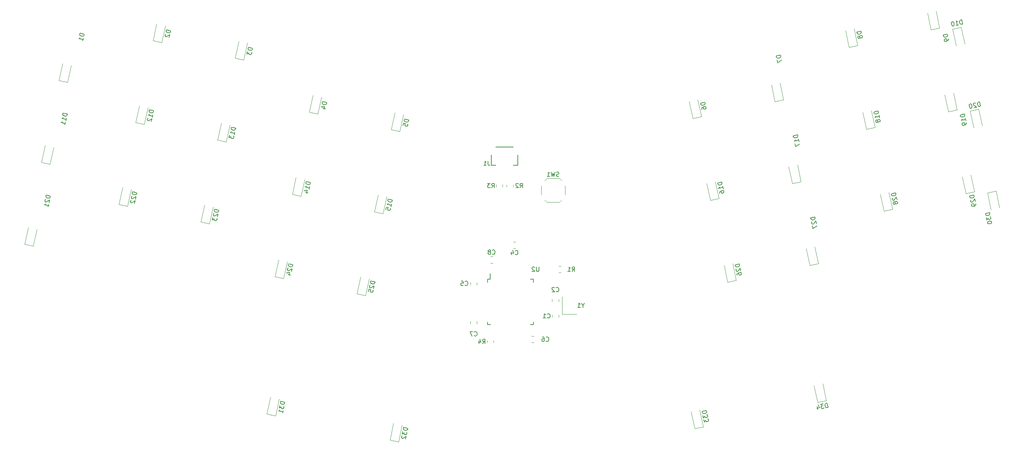
<source format=gbr>
%TF.GenerationSoftware,KiCad,Pcbnew,(6.0.4-0)*%
%TF.CreationDate,2023-01-26T20:21:59-08:00*%
%TF.ProjectId,chiffevo,63686966-6665-4766-9f2e-6b696361645f,v1.0.0*%
%TF.SameCoordinates,Original*%
%TF.FileFunction,Legend,Bot*%
%TF.FilePolarity,Positive*%
%FSLAX46Y46*%
G04 Gerber Fmt 4.6, Leading zero omitted, Abs format (unit mm)*
G04 Created by KiCad (PCBNEW (6.0.4-0)) date 2023-01-26 20:21:59*
%MOMM*%
%LPD*%
G01*
G04 APERTURE LIST*
%ADD10C,0.150000*%
%ADD11C,0.120000*%
G04 APERTURE END LIST*
D10*
%TO.C,SW1*%
X204379485Y-104536831D02*
X204236628Y-104584450D01*
X203998532Y-104584450D01*
X203903294Y-104536831D01*
X203855675Y-104489212D01*
X203808056Y-104393974D01*
X203808056Y-104298736D01*
X203855675Y-104203498D01*
X203903294Y-104155879D01*
X203998532Y-104108260D01*
X204189009Y-104060641D01*
X204284247Y-104013022D01*
X204331866Y-103965403D01*
X204379485Y-103870165D01*
X204379485Y-103774927D01*
X204331866Y-103679689D01*
X204284247Y-103632070D01*
X204189009Y-103584450D01*
X203950913Y-103584450D01*
X203808056Y-103632070D01*
X203474723Y-103584450D02*
X203236628Y-104584450D01*
X203046152Y-103870165D01*
X202855675Y-104584450D01*
X202617580Y-103584450D01*
X201712818Y-104584450D02*
X202284247Y-104584450D01*
X201998532Y-104584450D02*
X201998532Y-103584450D01*
X202093771Y-103727308D01*
X202189009Y-103822546D01*
X202284247Y-103870165D01*
%TO.C,D29*%
X298690031Y-108818194D02*
X297711883Y-109026105D01*
X297761386Y-109258998D01*
X297837666Y-109388832D01*
X297950624Y-109462188D01*
X298053681Y-109488965D01*
X298249896Y-109495942D01*
X298389631Y-109466240D01*
X298566044Y-109380059D01*
X298649301Y-109313680D01*
X298722657Y-109200722D01*
X298739533Y-109051086D01*
X298690031Y-108818194D01*
X298003051Y-109937873D02*
X297966373Y-109994352D01*
X297939596Y-110097410D01*
X297989099Y-110330302D01*
X298055478Y-110413558D01*
X298111957Y-110450236D01*
X298215015Y-110477014D01*
X298308172Y-110457213D01*
X298438006Y-110380932D01*
X298878141Y-109703184D01*
X299006848Y-110308704D01*
X299105854Y-110774489D02*
X299145456Y-110960803D01*
X299118679Y-111063860D01*
X299082001Y-111120339D01*
X298962067Y-111243198D01*
X298785653Y-111329378D01*
X298413026Y-111408583D01*
X298309968Y-111381805D01*
X298253489Y-111345128D01*
X298187110Y-111261871D01*
X298147508Y-111075557D01*
X298174285Y-110972500D01*
X298210963Y-110916021D01*
X298294219Y-110849641D01*
X298527111Y-110800139D01*
X298630169Y-110826916D01*
X298686648Y-110863594D01*
X298753027Y-110946850D01*
X298792630Y-111133164D01*
X298765852Y-111236221D01*
X298729174Y-111292700D01*
X298645918Y-111359080D01*
%TO.C,D15*%
X166522077Y-109933700D02*
X165543929Y-109725788D01*
X165494427Y-109958681D01*
X165511303Y-110108317D01*
X165584659Y-110221275D01*
X165667916Y-110287654D01*
X165844329Y-110373835D01*
X165984064Y-110403537D01*
X166180279Y-110396560D01*
X166283336Y-110369783D01*
X166396294Y-110296427D01*
X166472574Y-110166592D01*
X166522077Y-109933700D01*
X166205259Y-111424211D02*
X166324066Y-110865269D01*
X166264663Y-111144740D02*
X165286515Y-110936828D01*
X165446051Y-110873373D01*
X165559009Y-110800017D01*
X165625389Y-110716761D01*
X165039001Y-112101290D02*
X165138007Y-111635505D01*
X165613692Y-111687932D01*
X165557213Y-111724610D01*
X165490833Y-111807867D01*
X165441330Y-112040759D01*
X165468108Y-112143816D01*
X165504786Y-112200295D01*
X165588042Y-112266675D01*
X165820934Y-112316178D01*
X165923992Y-112289400D01*
X165980471Y-112252722D01*
X166046850Y-112169466D01*
X166096353Y-111936574D01*
X166069576Y-111833516D01*
X166032898Y-111777037D01*
%TO.C,D9*%
X292686626Y-72228588D02*
X291708479Y-72436500D01*
X291757981Y-72669392D01*
X291834262Y-72799227D01*
X291947220Y-72872583D01*
X292050277Y-72899360D01*
X292246491Y-72906336D01*
X292386227Y-72876635D01*
X292562640Y-72790454D01*
X292645896Y-72724074D01*
X292719252Y-72611116D01*
X292736129Y-72461480D01*
X292686626Y-72228588D01*
X292904438Y-73253314D02*
X292944041Y-73439628D01*
X292917263Y-73542685D01*
X292880585Y-73599164D01*
X292760651Y-73722023D01*
X292584238Y-73808204D01*
X292211610Y-73887408D01*
X292108553Y-73860631D01*
X292052074Y-73823953D01*
X291985694Y-73740697D01*
X291946092Y-73554383D01*
X291972869Y-73451325D01*
X292009547Y-73394846D01*
X292092804Y-73328467D01*
X292325696Y-73278964D01*
X292428753Y-73305741D01*
X292485232Y-73342419D01*
X292551612Y-73425676D01*
X292591214Y-73611989D01*
X292564437Y-73715047D01*
X292527759Y-73771526D01*
X292444503Y-73837905D01*
%TO.C,D6*%
X237550591Y-87710257D02*
X236572444Y-87918169D01*
X236621946Y-88151061D01*
X236698227Y-88280896D01*
X236811185Y-88354252D01*
X236914242Y-88381029D01*
X237110456Y-88388005D01*
X237250192Y-88358304D01*
X237426605Y-88272123D01*
X237509861Y-88205743D01*
X237583217Y-88092785D01*
X237600094Y-87943149D01*
X237550591Y-87710257D01*
X236869460Y-89315523D02*
X236829858Y-89129209D01*
X236856635Y-89026151D01*
X236893313Y-88969672D01*
X237013248Y-88846814D01*
X237189661Y-88760633D01*
X237562289Y-88681428D01*
X237665346Y-88708206D01*
X237721825Y-88744884D01*
X237788205Y-88828140D01*
X237827807Y-89014454D01*
X237801029Y-89117511D01*
X237764352Y-89173990D01*
X237681095Y-89240370D01*
X237448203Y-89289873D01*
X237345145Y-89263095D01*
X237288666Y-89226418D01*
X237222287Y-89143161D01*
X237182685Y-88956847D01*
X237209462Y-88853790D01*
X237246140Y-88797311D01*
X237329396Y-88730931D01*
%TO.C,D24*%
X143913354Y-124673942D02*
X142935206Y-124466030D01*
X142885704Y-124698923D01*
X142902580Y-124848559D01*
X142975936Y-124961517D01*
X143059193Y-125027896D01*
X143235606Y-125114077D01*
X143375341Y-125143779D01*
X143571556Y-125136802D01*
X143674613Y-125110025D01*
X143787571Y-125036669D01*
X143863851Y-124906834D01*
X143913354Y-124673942D01*
X142830352Y-125417401D02*
X142773873Y-125454079D01*
X142707494Y-125537335D01*
X142657991Y-125770227D01*
X142684768Y-125873285D01*
X142721446Y-125929764D01*
X142804702Y-125996143D01*
X142897859Y-126015944D01*
X143047495Y-125999068D01*
X143725243Y-125558933D01*
X143596536Y-126164453D01*
X142766228Y-126864257D02*
X143418326Y-127002865D01*
X142443103Y-126552160D02*
X143191283Y-126467777D01*
X143062575Y-127073296D01*
%TO.C,D27*%
X262569036Y-113787355D02*
X261590888Y-113995266D01*
X261640391Y-114228159D01*
X261716671Y-114357993D01*
X261829629Y-114431349D01*
X261932686Y-114458126D01*
X262128901Y-114465103D01*
X262268636Y-114435401D01*
X262445049Y-114349220D01*
X262528306Y-114282841D01*
X262601662Y-114169883D01*
X262618538Y-114020247D01*
X262569036Y-113787355D01*
X261882056Y-114907034D02*
X261845378Y-114963513D01*
X261818601Y-115066571D01*
X261868104Y-115299463D01*
X261934483Y-115382719D01*
X261990962Y-115419397D01*
X262094020Y-115446175D01*
X262187177Y-115426374D01*
X262317011Y-115350093D01*
X262757146Y-114672345D01*
X262885853Y-115277865D01*
X261977010Y-115811826D02*
X262115618Y-116463924D01*
X263004660Y-115836807D01*
%TO.C,D32*%
X170044305Y-161901636D02*
X169066157Y-161693724D01*
X169016655Y-161926617D01*
X169033531Y-162076253D01*
X169106887Y-162189211D01*
X169190144Y-162255590D01*
X169366557Y-162341771D01*
X169506292Y-162371473D01*
X169702507Y-162364496D01*
X169805564Y-162337719D01*
X169918522Y-162264363D01*
X169994802Y-162134528D01*
X170044305Y-161901636D01*
X168878047Y-162578715D02*
X168749340Y-163184235D01*
X169191271Y-162937390D01*
X169161570Y-163077126D01*
X169188347Y-163180183D01*
X169225025Y-163236662D01*
X169308281Y-163303042D01*
X169541173Y-163352545D01*
X169644231Y-163325767D01*
X169700710Y-163289089D01*
X169767089Y-163205833D01*
X169826493Y-162926362D01*
X169799715Y-162823305D01*
X169763038Y-162766826D01*
X168763292Y-163576664D02*
X168706813Y-163613342D01*
X168640434Y-163696598D01*
X168590931Y-163929490D01*
X168617708Y-164032548D01*
X168654386Y-164089027D01*
X168737642Y-164155406D01*
X168830799Y-164175208D01*
X168980435Y-164158331D01*
X169658183Y-163718196D01*
X169529476Y-164323716D01*
%TO.C,J1*%
X188279485Y-101084450D02*
X188279485Y-101798736D01*
X188327104Y-101941593D01*
X188422342Y-102036831D01*
X188565199Y-102084450D01*
X188660437Y-102084450D01*
X187279485Y-102084450D02*
X187850913Y-102084450D01*
X187565199Y-102084450D02*
X187565199Y-101084450D01*
X187660437Y-101227308D01*
X187755675Y-101322546D01*
X187850913Y-101370165D01*
%TO.C,C6*%
X201444068Y-142014212D02*
X201491687Y-142061831D01*
X201634544Y-142109450D01*
X201729782Y-142109450D01*
X201872640Y-142061831D01*
X201967878Y-141966593D01*
X202015497Y-141871355D01*
X202063116Y-141680879D01*
X202063116Y-141538022D01*
X202015497Y-141347546D01*
X201967878Y-141252308D01*
X201872640Y-141157070D01*
X201729782Y-141109450D01*
X201634544Y-141109450D01*
X201491687Y-141157070D01*
X201444068Y-141204689D01*
X200586925Y-141109450D02*
X200777402Y-141109450D01*
X200872640Y-141157070D01*
X200920259Y-141204689D01*
X201015497Y-141347546D01*
X201063116Y-141538022D01*
X201063116Y-141918974D01*
X201015497Y-142014212D01*
X200967878Y-142061831D01*
X200872640Y-142109450D01*
X200682163Y-142109450D01*
X200586925Y-142061831D01*
X200539306Y-142014212D01*
X200491687Y-141918974D01*
X200491687Y-141680879D01*
X200539306Y-141585641D01*
X200586925Y-141538022D01*
X200682163Y-141490403D01*
X200872640Y-141490403D01*
X200967878Y-141538022D01*
X201015497Y-141585641D01*
X201063116Y-141680879D01*
%TO.C,D4*%
X151609468Y-87775168D02*
X150631321Y-87567256D01*
X150581818Y-87800148D01*
X150598695Y-87949784D01*
X150672051Y-88062742D01*
X150755307Y-88129122D01*
X150931720Y-88215303D01*
X151071456Y-88245004D01*
X151267670Y-88238028D01*
X151370728Y-88211251D01*
X151483686Y-88137895D01*
X151559966Y-88008060D01*
X151609468Y-87775168D01*
X150660353Y-89033914D02*
X151312452Y-89172521D01*
X150337228Y-88721817D02*
X151085408Y-88637433D01*
X150956701Y-89242953D01*
%TO.C,Y1*%
X209853592Y-133933260D02*
X209853592Y-134409450D01*
X210186925Y-133409450D02*
X209853592Y-133933260D01*
X209520259Y-133409450D01*
X208663116Y-134409450D02*
X209234544Y-134409450D01*
X208948830Y-134409450D02*
X208948830Y-133409450D01*
X209044068Y-133552308D01*
X209139306Y-133647546D01*
X209234544Y-133695165D01*
%TO.C,D19*%
X296548339Y-90396517D02*
X295570191Y-90604428D01*
X295619694Y-90837321D01*
X295695974Y-90967155D01*
X295808932Y-91040511D01*
X295911989Y-91067288D01*
X296108204Y-91074265D01*
X296247939Y-91044563D01*
X296424352Y-90958382D01*
X296507609Y-90892003D01*
X296580965Y-90779045D01*
X296597841Y-90629409D01*
X296548339Y-90396517D01*
X296865156Y-91887027D02*
X296746350Y-91328086D01*
X296805753Y-91607556D02*
X295827606Y-91815468D01*
X295947540Y-91692610D01*
X296020896Y-91579652D01*
X296047673Y-91476594D01*
X296964162Y-92352812D02*
X297003764Y-92539126D01*
X296976987Y-92642183D01*
X296940309Y-92698662D01*
X296820375Y-92821521D01*
X296643961Y-92907701D01*
X296271334Y-92986906D01*
X296168276Y-92960128D01*
X296111797Y-92923451D01*
X296045418Y-92840194D01*
X296005816Y-92653880D01*
X296032593Y-92550823D01*
X296069271Y-92494344D01*
X296152527Y-92427964D01*
X296385419Y-92378462D01*
X296488477Y-92405239D01*
X296544956Y-92441917D01*
X296611335Y-92525173D01*
X296650938Y-92711487D01*
X296624160Y-92814544D01*
X296587482Y-92871023D01*
X296504226Y-92937403D01*
%TO.C,C2*%
X203744068Y-130714212D02*
X203791687Y-130761831D01*
X203934544Y-130809450D01*
X204029782Y-130809450D01*
X204172640Y-130761831D01*
X204267878Y-130666593D01*
X204315497Y-130571355D01*
X204363116Y-130380879D01*
X204363116Y-130238022D01*
X204315497Y-130047546D01*
X204267878Y-129952308D01*
X204172640Y-129857070D01*
X204029782Y-129809450D01*
X203934544Y-129809450D01*
X203791687Y-129857070D01*
X203744068Y-129904689D01*
X203363116Y-129904689D02*
X203315497Y-129857070D01*
X203220259Y-129809450D01*
X202982163Y-129809450D01*
X202886925Y-129857070D01*
X202839306Y-129904689D01*
X202791687Y-129999927D01*
X202791687Y-130095165D01*
X202839306Y-130238022D01*
X203410735Y-130809450D01*
X202791687Y-130809450D01*
%TO.C,D10*%
X296127821Y-69940041D02*
X295919910Y-68961893D01*
X295687017Y-69011396D01*
X295557183Y-69087676D01*
X295483827Y-69200634D01*
X295457050Y-69303691D01*
X295450073Y-69499906D01*
X295479775Y-69639641D01*
X295565956Y-69816054D01*
X295632335Y-69899311D01*
X295745293Y-69972667D01*
X295894929Y-69989543D01*
X296127821Y-69940041D01*
X294637311Y-70256858D02*
X295196252Y-70138052D01*
X294916782Y-70197455D02*
X294708870Y-69219308D01*
X294831728Y-69339242D01*
X294944686Y-69412598D01*
X295047744Y-69439375D01*
X293823879Y-69407418D02*
X293730722Y-69427219D01*
X293647466Y-69493599D01*
X293610788Y-69550078D01*
X293584011Y-69653135D01*
X293577034Y-69849350D01*
X293626537Y-70082242D01*
X293712718Y-70258655D01*
X293779097Y-70341912D01*
X293835576Y-70378589D01*
X293938634Y-70405367D01*
X294031791Y-70385566D01*
X294115047Y-70319186D01*
X294151725Y-70262707D01*
X294178502Y-70159650D01*
X294185479Y-69963435D01*
X294135976Y-69730543D01*
X294049795Y-69554130D01*
X293983416Y-69470873D01*
X293926937Y-69434195D01*
X293823879Y-69407418D01*
%TO.C,D5*%
X170243180Y-91735885D02*
X169265033Y-91527973D01*
X169215530Y-91760865D01*
X169232407Y-91910501D01*
X169305763Y-92023459D01*
X169389019Y-92089839D01*
X169565432Y-92176020D01*
X169705168Y-92205721D01*
X169901382Y-92198745D01*
X170004440Y-92171968D01*
X170117398Y-92098612D01*
X170193678Y-91968777D01*
X170243180Y-91735885D01*
X168958116Y-92971905D02*
X169057121Y-92506121D01*
X169532806Y-92558548D01*
X169476327Y-92595226D01*
X169409948Y-92678482D01*
X169360445Y-92911374D01*
X169387222Y-93014432D01*
X169423900Y-93070911D01*
X169507157Y-93137290D01*
X169740049Y-93186793D01*
X169843106Y-93160016D01*
X169899585Y-93123338D01*
X169965965Y-93040082D01*
X170015468Y-92807189D01*
X169988690Y-92704132D01*
X169952012Y-92647653D01*
%TO.C,U2*%
X199839306Y-125209450D02*
X199839306Y-126018974D01*
X199791687Y-126114212D01*
X199744068Y-126161831D01*
X199648830Y-126209450D01*
X199458354Y-126209450D01*
X199363116Y-126161831D01*
X199315497Y-126114212D01*
X199267878Y-126018974D01*
X199267878Y-125209450D01*
X198839306Y-125304689D02*
X198791687Y-125257070D01*
X198696449Y-125209450D01*
X198458354Y-125209450D01*
X198363116Y-125257070D01*
X198315497Y-125304689D01*
X198267878Y-125399927D01*
X198267878Y-125495165D01*
X198315497Y-125638022D01*
X198886925Y-126209450D01*
X198267878Y-126209450D01*
%TO.C,D1*%
X96488002Y-72224962D02*
X95509855Y-72017050D01*
X95460352Y-72249942D01*
X95477229Y-72399578D01*
X95550585Y-72512536D01*
X95633841Y-72578916D01*
X95810254Y-72665097D01*
X95949990Y-72694798D01*
X96146204Y-72687822D01*
X96249262Y-72661045D01*
X96362220Y-72587689D01*
X96438500Y-72457854D01*
X96488002Y-72224962D01*
X96171185Y-73715472D02*
X96289991Y-73156531D01*
X96230588Y-73436002D02*
X95252440Y-73228090D01*
X95411977Y-73164635D01*
X95524935Y-73091279D01*
X95591314Y-73008022D01*
%TO.C,R3*%
X189114566Y-107171950D02*
X189447900Y-106695760D01*
X189685995Y-107171950D02*
X189685995Y-106171950D01*
X189305042Y-106171950D01*
X189209804Y-106219570D01*
X189162185Y-106267189D01*
X189114566Y-106362427D01*
X189114566Y-106505284D01*
X189162185Y-106600522D01*
X189209804Y-106648141D01*
X189305042Y-106695760D01*
X189685995Y-106695760D01*
X188781233Y-106171950D02*
X188162185Y-106171950D01*
X188495519Y-106552903D01*
X188352661Y-106552903D01*
X188257423Y-106600522D01*
X188209804Y-106648141D01*
X188162185Y-106743379D01*
X188162185Y-106981474D01*
X188209804Y-107076712D01*
X188257423Y-107124331D01*
X188352661Y-107171950D01*
X188638376Y-107171950D01*
X188733614Y-107124331D01*
X188781233Y-107076712D01*
%TO.C,D33*%
X237890076Y-157846121D02*
X236911928Y-158054032D01*
X236961431Y-158286925D01*
X237037711Y-158416759D01*
X237150669Y-158490115D01*
X237253726Y-158516892D01*
X237449941Y-158523869D01*
X237589676Y-158494167D01*
X237766089Y-158407986D01*
X237849346Y-158341607D01*
X237922702Y-158228649D01*
X237939578Y-158079013D01*
X237890076Y-157846121D01*
X237100039Y-158939023D02*
X237228746Y-159544543D01*
X237532070Y-159139289D01*
X237561771Y-159279025D01*
X237628151Y-159362281D01*
X237684630Y-159398959D01*
X237787687Y-159425736D01*
X238020580Y-159376233D01*
X238103836Y-159309854D01*
X238140514Y-159253375D01*
X238167291Y-159150317D01*
X238107888Y-158870847D01*
X238041508Y-158787590D01*
X237985029Y-158750912D01*
X237298050Y-159870592D02*
X237426757Y-160476112D01*
X237730081Y-160070858D01*
X237759782Y-160210594D01*
X237826162Y-160293850D01*
X237882641Y-160330528D01*
X237985698Y-160357305D01*
X238218591Y-160307803D01*
X238301847Y-160241423D01*
X238338525Y-160184944D01*
X238365302Y-160081886D01*
X238305899Y-159802416D01*
X238239519Y-159719159D01*
X238183040Y-159682481D01*
%TO.C,R4*%
X187044068Y-142609450D02*
X187377402Y-142133260D01*
X187615497Y-142609450D02*
X187615497Y-141609450D01*
X187234544Y-141609450D01*
X187139306Y-141657070D01*
X187091687Y-141704689D01*
X187044068Y-141799927D01*
X187044068Y-141942784D01*
X187091687Y-142038022D01*
X187139306Y-142085641D01*
X187234544Y-142133260D01*
X187615497Y-142133260D01*
X186186925Y-141942784D02*
X186186925Y-142609450D01*
X186425021Y-141561831D02*
X186663116Y-142276117D01*
X186044068Y-142276117D01*
%TO.C,D14*%
X147888364Y-105972982D02*
X146910216Y-105765070D01*
X146860714Y-105997963D01*
X146877590Y-106147599D01*
X146950946Y-106260557D01*
X147034203Y-106326936D01*
X147210616Y-106413117D01*
X147350351Y-106442819D01*
X147546566Y-106435842D01*
X147649623Y-106409065D01*
X147762581Y-106335709D01*
X147838861Y-106205874D01*
X147888364Y-105972982D01*
X147571546Y-107463493D02*
X147690353Y-106904551D01*
X147630950Y-107184022D02*
X146652802Y-106976110D01*
X146812338Y-106912655D01*
X146925296Y-106839299D01*
X146991676Y-106756043D01*
X146741238Y-108163297D02*
X147393336Y-108301905D01*
X146418113Y-107851200D02*
X147166293Y-107766817D01*
X147037585Y-108372336D01*
%TO.C,D17*%
X258608320Y-95153644D02*
X257630172Y-95361555D01*
X257679675Y-95594448D01*
X257755955Y-95724282D01*
X257868913Y-95797638D01*
X257971970Y-95824415D01*
X258168185Y-95831392D01*
X258307920Y-95801690D01*
X258484333Y-95715509D01*
X258567590Y-95649130D01*
X258640946Y-95536172D01*
X258657822Y-95386536D01*
X258608320Y-95153644D01*
X258925137Y-96644154D02*
X258806331Y-96085213D01*
X258865734Y-96364683D02*
X257887587Y-96572595D01*
X258007521Y-96449737D01*
X258080877Y-96336779D01*
X258107654Y-96233721D01*
X258016294Y-97178115D02*
X258154902Y-97830213D01*
X259043944Y-97203096D01*
%TO.C,D22*%
X108441767Y-108303756D02*
X107463619Y-108095844D01*
X107414117Y-108328737D01*
X107430993Y-108478373D01*
X107504349Y-108591331D01*
X107587606Y-108657710D01*
X107764019Y-108743891D01*
X107903754Y-108773593D01*
X108099969Y-108766616D01*
X108203026Y-108739839D01*
X108315984Y-108666483D01*
X108392264Y-108536648D01*
X108441767Y-108303756D01*
X107358765Y-109047215D02*
X107302286Y-109083893D01*
X107235907Y-109167149D01*
X107186404Y-109400041D01*
X107213181Y-109503099D01*
X107249859Y-109559578D01*
X107333115Y-109625957D01*
X107426272Y-109645758D01*
X107575908Y-109628882D01*
X108253656Y-109188747D01*
X108124949Y-109794267D01*
X107160754Y-109978784D02*
X107104275Y-110015462D01*
X107037896Y-110098718D01*
X106988393Y-110331610D01*
X107015170Y-110434668D01*
X107051848Y-110491147D01*
X107135104Y-110557526D01*
X107228261Y-110577328D01*
X107377897Y-110560451D01*
X108055645Y-110120316D01*
X107926938Y-110725836D01*
%TO.C,D30*%
X302290031Y-112818194D02*
X301311883Y-113026105D01*
X301361386Y-113258998D01*
X301437666Y-113388832D01*
X301550624Y-113462188D01*
X301653681Y-113488965D01*
X301849896Y-113495942D01*
X301989631Y-113466240D01*
X302166044Y-113380059D01*
X302249301Y-113313680D01*
X302322657Y-113200722D01*
X302339533Y-113051086D01*
X302290031Y-112818194D01*
X301499994Y-113911096D02*
X301628701Y-114516616D01*
X301932025Y-114111362D01*
X301961726Y-114251098D01*
X302028106Y-114334354D01*
X302084585Y-114371032D01*
X302187642Y-114397809D01*
X302420535Y-114348306D01*
X302503791Y-114281927D01*
X302540469Y-114225448D01*
X302567246Y-114122390D01*
X302507843Y-113842920D01*
X302441463Y-113759663D01*
X302384984Y-113722985D01*
X301757408Y-115122136D02*
X301777209Y-115215293D01*
X301843589Y-115298549D01*
X301900068Y-115335227D01*
X302003125Y-115362004D01*
X302199340Y-115368981D01*
X302432232Y-115319478D01*
X302608645Y-115233297D01*
X302691902Y-115166918D01*
X302728579Y-115110439D01*
X302755357Y-115007381D01*
X302735556Y-114914224D01*
X302669176Y-114830968D01*
X302612697Y-114794290D01*
X302509640Y-114767513D01*
X302313425Y-114760536D01*
X302080533Y-114810039D01*
X301904120Y-114896220D01*
X301820863Y-114962599D01*
X301784185Y-115019078D01*
X301757408Y-115122136D01*
%TO.C,D8*%
X273065332Y-71543105D02*
X272087185Y-71751017D01*
X272136687Y-71983909D01*
X272212968Y-72113744D01*
X272325926Y-72187100D01*
X272428983Y-72213877D01*
X272625197Y-72220853D01*
X272764933Y-72191152D01*
X272941346Y-72104971D01*
X273024602Y-72038591D01*
X273097958Y-71925633D01*
X273114835Y-71775997D01*
X273065332Y-71543105D01*
X272744004Y-72779795D02*
X272677625Y-72696538D01*
X272621146Y-72659861D01*
X272518088Y-72633083D01*
X272471510Y-72642984D01*
X272388253Y-72709363D01*
X272351575Y-72765842D01*
X272324798Y-72868900D01*
X272364400Y-73055214D01*
X272430780Y-73138470D01*
X272487259Y-73175148D01*
X272590316Y-73201925D01*
X272636895Y-73192025D01*
X272720151Y-73125645D01*
X272756829Y-73069166D01*
X272783606Y-72966109D01*
X272744004Y-72779795D01*
X272770781Y-72676737D01*
X272807459Y-72620258D01*
X272890716Y-72553879D01*
X273077030Y-72514276D01*
X273180087Y-72541054D01*
X273236566Y-72577732D01*
X273302946Y-72660988D01*
X273342548Y-72847302D01*
X273315770Y-72950359D01*
X273279093Y-73006838D01*
X273195836Y-73073218D01*
X273009522Y-73112820D01*
X272906465Y-73086043D01*
X272849986Y-73049365D01*
X272783606Y-72966109D01*
%TO.C,D26*%
X245373020Y-124511896D02*
X244394872Y-124719807D01*
X244444375Y-124952700D01*
X244520655Y-125082534D01*
X244633613Y-125155890D01*
X244736670Y-125182667D01*
X244932885Y-125189644D01*
X245072620Y-125159942D01*
X245249033Y-125073761D01*
X245332290Y-125007382D01*
X245405646Y-124894424D01*
X245422522Y-124744788D01*
X245373020Y-124511896D01*
X244686040Y-125631575D02*
X244649362Y-125688054D01*
X244622585Y-125791112D01*
X244672088Y-126024004D01*
X244738467Y-126107260D01*
X244794946Y-126143938D01*
X244898004Y-126170716D01*
X244991161Y-126150915D01*
X245120995Y-126074634D01*
X245561130Y-125396886D01*
X245689837Y-126002406D01*
X244889900Y-127048730D02*
X244850298Y-126862416D01*
X244877075Y-126759359D01*
X244913753Y-126702880D01*
X245033687Y-126580021D01*
X245210100Y-126493841D01*
X245582728Y-126414636D01*
X245685786Y-126441413D01*
X245742265Y-126478091D01*
X245808644Y-126561348D01*
X245848246Y-126747661D01*
X245821469Y-126850719D01*
X245784791Y-126907198D01*
X245701535Y-126973578D01*
X245468642Y-127023080D01*
X245365585Y-126996303D01*
X245309106Y-126959625D01*
X245242726Y-126876369D01*
X245203124Y-126690055D01*
X245229902Y-126586997D01*
X245266579Y-126530518D01*
X245349836Y-126464139D01*
%TO.C,C1*%
X201744068Y-136714212D02*
X201791687Y-136761831D01*
X201934544Y-136809450D01*
X202029782Y-136809450D01*
X202172640Y-136761831D01*
X202267878Y-136666593D01*
X202315497Y-136571355D01*
X202363116Y-136380879D01*
X202363116Y-136238022D01*
X202315497Y-136047546D01*
X202267878Y-135952308D01*
X202172640Y-135857070D01*
X202029782Y-135809450D01*
X201934544Y-135809450D01*
X201791687Y-135857070D01*
X201744068Y-135904689D01*
X200791687Y-136809450D02*
X201363116Y-136809450D01*
X201077402Y-136809450D02*
X201077402Y-135809450D01*
X201172640Y-135952308D01*
X201267878Y-136047546D01*
X201363116Y-136095165D01*
%TO.C,C4*%
X194444068Y-122314212D02*
X194491687Y-122361831D01*
X194634544Y-122409450D01*
X194729782Y-122409450D01*
X194872640Y-122361831D01*
X194967878Y-122266593D01*
X195015497Y-122171355D01*
X195063116Y-121980879D01*
X195063116Y-121838022D01*
X195015497Y-121647546D01*
X194967878Y-121552308D01*
X194872640Y-121457070D01*
X194729782Y-121409450D01*
X194634544Y-121409450D01*
X194491687Y-121457070D01*
X194444068Y-121504689D01*
X193586925Y-121742784D02*
X193586925Y-122409450D01*
X193825021Y-121361831D02*
X194063116Y-122076117D01*
X193444068Y-122076117D01*
%TO.C,D18*%
X276927045Y-89711035D02*
X275948897Y-89918946D01*
X275998400Y-90151839D01*
X276074680Y-90281673D01*
X276187638Y-90355029D01*
X276290695Y-90381806D01*
X276486910Y-90388783D01*
X276626645Y-90359081D01*
X276803058Y-90272900D01*
X276886315Y-90206521D01*
X276959671Y-90093563D01*
X276976547Y-89943927D01*
X276927045Y-89711035D01*
X277243862Y-91201545D02*
X277125056Y-90642604D01*
X277184459Y-90922074D02*
X276206312Y-91129986D01*
X276326246Y-91007128D01*
X276399602Y-90894170D01*
X276426379Y-90791112D01*
X276803728Y-91879293D02*
X276737348Y-91796037D01*
X276680869Y-91759359D01*
X276577812Y-91732582D01*
X276531233Y-91742482D01*
X276447977Y-91808862D01*
X276411299Y-91865341D01*
X276384522Y-91968398D01*
X276424124Y-92154712D01*
X276490503Y-92237969D01*
X276546982Y-92274646D01*
X276650040Y-92301424D01*
X276696618Y-92291523D01*
X276779875Y-92225144D01*
X276816553Y-92168665D01*
X276843330Y-92065607D01*
X276803728Y-91879293D01*
X276830505Y-91776236D01*
X276867183Y-91719757D01*
X276950439Y-91653377D01*
X277136753Y-91613775D01*
X277239811Y-91640552D01*
X277296290Y-91677230D01*
X277362669Y-91760487D01*
X277402271Y-91946800D01*
X277375494Y-92049858D01*
X277338816Y-92106337D01*
X277255560Y-92172717D01*
X277069246Y-92212319D01*
X276966188Y-92185541D01*
X276909709Y-92148864D01*
X276843330Y-92065607D01*
%TO.C,D23*%
X127075479Y-112264474D02*
X126097331Y-112056562D01*
X126047829Y-112289455D01*
X126064705Y-112439091D01*
X126138061Y-112552049D01*
X126221318Y-112618428D01*
X126397731Y-112704609D01*
X126537466Y-112734311D01*
X126733681Y-112727334D01*
X126836738Y-112700557D01*
X126949696Y-112627201D01*
X127025976Y-112497366D01*
X127075479Y-112264474D01*
X125992477Y-113007933D02*
X125935998Y-113044611D01*
X125869619Y-113127867D01*
X125820116Y-113360759D01*
X125846893Y-113463817D01*
X125883571Y-113520296D01*
X125966827Y-113586675D01*
X126059984Y-113606476D01*
X126209620Y-113589600D01*
X126887368Y-113149465D01*
X126758661Y-113754985D01*
X125711210Y-113873122D02*
X125582502Y-114478642D01*
X126024434Y-114231797D01*
X125994732Y-114371533D01*
X126021510Y-114474590D01*
X126058188Y-114531069D01*
X126141444Y-114597449D01*
X126374336Y-114646952D01*
X126477394Y-114620174D01*
X126533873Y-114583496D01*
X126600252Y-114500240D01*
X126659656Y-114220769D01*
X126632878Y-114117712D01*
X126596200Y-114061233D01*
%TO.C,D2*%
X116123587Y-71472230D02*
X115145440Y-71264318D01*
X115095937Y-71497210D01*
X115112814Y-71646846D01*
X115186170Y-71759804D01*
X115269426Y-71826184D01*
X115445839Y-71912365D01*
X115585575Y-71942066D01*
X115781789Y-71935090D01*
X115884847Y-71908313D01*
X115997805Y-71834957D01*
X116074085Y-71705122D01*
X116123587Y-71472230D01*
X115040586Y-72215688D02*
X114984107Y-72252366D01*
X114917727Y-72335623D01*
X114868224Y-72568515D01*
X114895002Y-72671572D01*
X114931680Y-72728051D01*
X115014936Y-72794431D01*
X115108093Y-72814232D01*
X115257729Y-72797355D01*
X115935477Y-72357220D01*
X115806770Y-72962740D01*
%TO.C,C5*%
X183044068Y-129314212D02*
X183091687Y-129361831D01*
X183234544Y-129409450D01*
X183329782Y-129409450D01*
X183472640Y-129361831D01*
X183567878Y-129266593D01*
X183615497Y-129171355D01*
X183663116Y-128980879D01*
X183663116Y-128838022D01*
X183615497Y-128647546D01*
X183567878Y-128552308D01*
X183472640Y-128457070D01*
X183329782Y-128409450D01*
X183234544Y-128409450D01*
X183091687Y-128457070D01*
X183044068Y-128504689D01*
X182139306Y-128409450D02*
X182615497Y-128409450D01*
X182663116Y-128885641D01*
X182615497Y-128838022D01*
X182520259Y-128790403D01*
X182282163Y-128790403D01*
X182186925Y-128838022D01*
X182139306Y-128885641D01*
X182091687Y-128980879D01*
X182091687Y-129218974D01*
X182139306Y-129314212D01*
X182186925Y-129361831D01*
X182282163Y-129409450D01*
X182520259Y-129409450D01*
X182615497Y-129361831D01*
X182663116Y-129314212D01*
%TO.C,D20*%
X300198583Y-88630535D02*
X299990672Y-87652387D01*
X299757779Y-87701890D01*
X299627945Y-87778170D01*
X299554589Y-87891128D01*
X299527812Y-87994185D01*
X299520835Y-88190400D01*
X299550537Y-88330135D01*
X299636718Y-88506548D01*
X299703097Y-88589805D01*
X299816055Y-88663161D01*
X299965691Y-88680037D01*
X300198583Y-88630535D01*
X299078904Y-87943555D02*
X299022425Y-87906877D01*
X298919367Y-87880100D01*
X298686475Y-87929603D01*
X298603219Y-87995982D01*
X298566541Y-88052461D01*
X298539763Y-88155519D01*
X298559564Y-88248676D01*
X298635845Y-88378510D01*
X299313593Y-88818645D01*
X298708073Y-88947352D01*
X297894641Y-88097912D02*
X297801484Y-88117713D01*
X297718228Y-88184093D01*
X297681550Y-88240572D01*
X297654773Y-88343629D01*
X297647796Y-88539844D01*
X297697299Y-88772736D01*
X297783480Y-88949149D01*
X297849859Y-89032406D01*
X297906338Y-89069083D01*
X298009396Y-89095861D01*
X298102553Y-89076060D01*
X298185809Y-89009680D01*
X298222487Y-88953201D01*
X298249264Y-88850144D01*
X298256241Y-88653929D01*
X298206738Y-88421037D01*
X298120557Y-88244624D01*
X298054178Y-88161367D01*
X297997699Y-88124689D01*
X297894641Y-88097912D01*
%TO.C,D16*%
X241412302Y-105878184D02*
X240434154Y-106086095D01*
X240483657Y-106318988D01*
X240559937Y-106448822D01*
X240672895Y-106522178D01*
X240775952Y-106548955D01*
X240972167Y-106555932D01*
X241111902Y-106526230D01*
X241288315Y-106440049D01*
X241371572Y-106373670D01*
X241444928Y-106260712D01*
X241461804Y-106111076D01*
X241412302Y-105878184D01*
X241729119Y-107368694D02*
X241610313Y-106809753D01*
X241669716Y-107089223D02*
X240691569Y-107297135D01*
X240811503Y-107174277D01*
X240884859Y-107061319D01*
X240911636Y-106958261D01*
X240929182Y-108415018D02*
X240889580Y-108228704D01*
X240916357Y-108125647D01*
X240953035Y-108069168D01*
X241072969Y-107946309D01*
X241249382Y-107860129D01*
X241622010Y-107780924D01*
X241725068Y-107807701D01*
X241781547Y-107844379D01*
X241847926Y-107927636D01*
X241887528Y-108113949D01*
X241860751Y-108217007D01*
X241824073Y-108273486D01*
X241740817Y-108339866D01*
X241507924Y-108389368D01*
X241404867Y-108362591D01*
X241348388Y-108325913D01*
X241282008Y-108242657D01*
X241242406Y-108056343D01*
X241269184Y-107953285D01*
X241305861Y-107896806D01*
X241389118Y-107830427D01*
%TO.C,R1*%
X207350318Y-126184450D02*
X207683652Y-125708260D01*
X207921747Y-126184450D02*
X207921747Y-125184450D01*
X207540794Y-125184450D01*
X207445556Y-125232070D01*
X207397937Y-125279689D01*
X207350318Y-125374927D01*
X207350318Y-125517784D01*
X207397937Y-125613022D01*
X207445556Y-125660641D01*
X207540794Y-125708260D01*
X207921747Y-125708260D01*
X206397937Y-126184450D02*
X206969366Y-126184450D01*
X206683652Y-126184450D02*
X206683652Y-125184450D01*
X206778890Y-125327308D01*
X206874128Y-125422546D01*
X206969366Y-125470165D01*
%TO.C,R2*%
X195514566Y-107171950D02*
X195847900Y-106695760D01*
X196085995Y-107171950D02*
X196085995Y-106171950D01*
X195705042Y-106171950D01*
X195609804Y-106219570D01*
X195562185Y-106267189D01*
X195514566Y-106362427D01*
X195514566Y-106505284D01*
X195562185Y-106600522D01*
X195609804Y-106648141D01*
X195705042Y-106695760D01*
X196085995Y-106695760D01*
X195133614Y-106267189D02*
X195085995Y-106219570D01*
X194990757Y-106171950D01*
X194752661Y-106171950D01*
X194657423Y-106219570D01*
X194609804Y-106267189D01*
X194562185Y-106362427D01*
X194562185Y-106457665D01*
X194609804Y-106600522D01*
X195181233Y-107171950D01*
X194562185Y-107171950D01*
%TO.C,D7*%
X254746608Y-76985716D02*
X253768461Y-77193628D01*
X253817963Y-77426520D01*
X253894244Y-77556355D01*
X254007202Y-77629711D01*
X254110259Y-77656488D01*
X254306473Y-77663464D01*
X254446209Y-77633763D01*
X254622622Y-77547582D01*
X254705878Y-77481202D01*
X254779234Y-77368244D01*
X254796111Y-77218608D01*
X254746608Y-76985716D01*
X253956571Y-78078619D02*
X254095179Y-78730717D01*
X254984222Y-78103599D01*
%TO.C,D3*%
X134757300Y-75432947D02*
X133779153Y-75225035D01*
X133729650Y-75457927D01*
X133746527Y-75607563D01*
X133819883Y-75720521D01*
X133903139Y-75786901D01*
X134079552Y-75873082D01*
X134219288Y-75902783D01*
X134415502Y-75895807D01*
X134518560Y-75869030D01*
X134631518Y-75795674D01*
X134707798Y-75665839D01*
X134757300Y-75432947D01*
X133591042Y-76110026D02*
X133462335Y-76715546D01*
X133904267Y-76468701D01*
X133874565Y-76608436D01*
X133901342Y-76711494D01*
X133938020Y-76767973D01*
X134021277Y-76834352D01*
X134254169Y-76883855D01*
X134357226Y-76857078D01*
X134413705Y-76820400D01*
X134480085Y-76737144D01*
X134539488Y-76457673D01*
X134512711Y-76354615D01*
X134476033Y-76298136D01*
%TO.C,D34*%
X265539665Y-157107890D02*
X265331754Y-156129742D01*
X265098861Y-156179245D01*
X264969027Y-156255525D01*
X264895671Y-156368483D01*
X264868894Y-156471540D01*
X264861917Y-156667755D01*
X264891619Y-156807490D01*
X264977800Y-156983903D01*
X265044179Y-157067160D01*
X265157137Y-157140516D01*
X265306773Y-157157392D01*
X265539665Y-157107890D01*
X264446763Y-156317853D02*
X263841243Y-156446560D01*
X264246497Y-156749884D01*
X264106761Y-156779585D01*
X264023505Y-156845965D01*
X263986827Y-156902444D01*
X263960050Y-157005501D01*
X264009553Y-157238394D01*
X264075932Y-157321650D01*
X264132411Y-157358328D01*
X264235469Y-157385105D01*
X264514939Y-157325702D01*
X264598196Y-157259322D01*
X264634874Y-157202843D01*
X263072135Y-156950819D02*
X263210743Y-157602917D01*
X263225823Y-156528689D02*
X263607223Y-157177863D01*
X263001703Y-157306570D01*
%TO.C,D31*%
X142093738Y-155960560D02*
X141115590Y-155752648D01*
X141066088Y-155985541D01*
X141082964Y-156135177D01*
X141156320Y-156248135D01*
X141239577Y-156314514D01*
X141415990Y-156400695D01*
X141555725Y-156430397D01*
X141751940Y-156423420D01*
X141854997Y-156396643D01*
X141967955Y-156323287D01*
X142044235Y-156193452D01*
X142093738Y-155960560D01*
X140927480Y-156637639D02*
X140798773Y-157243159D01*
X141240704Y-156996314D01*
X141211003Y-157136050D01*
X141237780Y-157239107D01*
X141274458Y-157295586D01*
X141357714Y-157361966D01*
X141590606Y-157411469D01*
X141693664Y-157384691D01*
X141750143Y-157348013D01*
X141816522Y-157264757D01*
X141875926Y-156985286D01*
X141849148Y-156882229D01*
X141812471Y-156825750D01*
X141578909Y-158382640D02*
X141697716Y-157823698D01*
X141638312Y-158103169D02*
X140660165Y-157895257D01*
X140819701Y-157831802D01*
X140932659Y-157758446D01*
X140999039Y-157675190D01*
%TO.C,D25*%
X162561359Y-128567412D02*
X161583211Y-128359500D01*
X161533709Y-128592393D01*
X161550585Y-128742029D01*
X161623941Y-128854987D01*
X161707198Y-128921366D01*
X161883611Y-129007547D01*
X162023346Y-129037249D01*
X162219561Y-129030272D01*
X162322618Y-129003495D01*
X162435576Y-128930139D01*
X162511856Y-128800304D01*
X162561359Y-128567412D01*
X161478357Y-129310871D02*
X161421878Y-129347549D01*
X161355499Y-129430805D01*
X161305996Y-129663697D01*
X161332773Y-129766755D01*
X161369451Y-129823234D01*
X161452707Y-129889613D01*
X161545864Y-129909414D01*
X161695500Y-129892538D01*
X162373248Y-129452403D01*
X162244541Y-130057923D01*
X161078283Y-130735002D02*
X161177289Y-130269217D01*
X161652974Y-130321644D01*
X161596495Y-130358322D01*
X161530115Y-130441579D01*
X161480612Y-130674471D01*
X161507390Y-130777528D01*
X161544068Y-130834007D01*
X161627324Y-130900387D01*
X161860216Y-130949890D01*
X161963274Y-130923112D01*
X162019753Y-130886434D01*
X162086132Y-130803178D01*
X162135635Y-130570286D01*
X162108858Y-130467228D01*
X162072180Y-130410749D01*
%TO.C,D11*%
X92626291Y-90392889D02*
X91648143Y-90184977D01*
X91598641Y-90417870D01*
X91615517Y-90567506D01*
X91688873Y-90680464D01*
X91772130Y-90746843D01*
X91948543Y-90833024D01*
X92088278Y-90862726D01*
X92284493Y-90855749D01*
X92387550Y-90828972D01*
X92500508Y-90755616D01*
X92576788Y-90625781D01*
X92626291Y-90392889D01*
X92309473Y-91883400D02*
X92428280Y-91324458D01*
X92368877Y-91603929D02*
X91390729Y-91396017D01*
X91550265Y-91332562D01*
X91663223Y-91259206D01*
X91729603Y-91175950D01*
X92111462Y-92814969D02*
X92230269Y-92256027D01*
X92170865Y-92535498D02*
X91192718Y-92327586D01*
X91352254Y-92264131D01*
X91465212Y-92190775D01*
X91531592Y-92107519D01*
%TO.C,D21*%
X88806182Y-109056487D02*
X87828034Y-108848575D01*
X87778532Y-109081468D01*
X87795408Y-109231104D01*
X87868764Y-109344062D01*
X87952021Y-109410441D01*
X88128434Y-109496622D01*
X88268169Y-109526324D01*
X88464384Y-109519347D01*
X88567441Y-109492570D01*
X88680399Y-109419214D01*
X88756679Y-109289379D01*
X88806182Y-109056487D01*
X87723180Y-109799946D02*
X87666701Y-109836624D01*
X87600322Y-109919880D01*
X87550819Y-110152772D01*
X87577596Y-110255830D01*
X87614274Y-110312309D01*
X87697530Y-110378688D01*
X87790687Y-110398489D01*
X87940323Y-110381613D01*
X88618071Y-109941478D01*
X88489364Y-110546998D01*
X88291353Y-111478567D02*
X88410160Y-110919625D01*
X88350756Y-111199096D02*
X87372609Y-110991184D01*
X87532145Y-110927729D01*
X87645103Y-110854373D01*
X87711483Y-110771117D01*
%TO.C,C8*%
X189244068Y-122214212D02*
X189291687Y-122261831D01*
X189434544Y-122309450D01*
X189529782Y-122309450D01*
X189672640Y-122261831D01*
X189767878Y-122166593D01*
X189815497Y-122071355D01*
X189863116Y-121880879D01*
X189863116Y-121738022D01*
X189815497Y-121547546D01*
X189767878Y-121452308D01*
X189672640Y-121357070D01*
X189529782Y-121309450D01*
X189434544Y-121309450D01*
X189291687Y-121357070D01*
X189244068Y-121404689D01*
X188672640Y-121738022D02*
X188767878Y-121690403D01*
X188815497Y-121642784D01*
X188863116Y-121547546D01*
X188863116Y-121499927D01*
X188815497Y-121404689D01*
X188767878Y-121357070D01*
X188672640Y-121309450D01*
X188482163Y-121309450D01*
X188386925Y-121357070D01*
X188339306Y-121404689D01*
X188291687Y-121499927D01*
X188291687Y-121547546D01*
X188339306Y-121642784D01*
X188386925Y-121690403D01*
X188482163Y-121738022D01*
X188672640Y-121738022D01*
X188767878Y-121785641D01*
X188815497Y-121833260D01*
X188863116Y-121928498D01*
X188863116Y-122118974D01*
X188815497Y-122214212D01*
X188767878Y-122261831D01*
X188672640Y-122309450D01*
X188482163Y-122309450D01*
X188386925Y-122261831D01*
X188339306Y-122214212D01*
X188291687Y-122118974D01*
X188291687Y-121928498D01*
X188339306Y-121833260D01*
X188386925Y-121785641D01*
X188482163Y-121738022D01*
%TO.C,D13*%
X130895587Y-93600875D02*
X129917439Y-93392963D01*
X129867937Y-93625856D01*
X129884813Y-93775492D01*
X129958169Y-93888450D01*
X130041426Y-93954829D01*
X130217839Y-94041010D01*
X130357574Y-94070712D01*
X130553789Y-94063735D01*
X130656846Y-94036958D01*
X130769804Y-93963602D01*
X130846084Y-93833767D01*
X130895587Y-93600875D01*
X130578769Y-95091386D02*
X130697576Y-94532444D01*
X130638173Y-94811915D02*
X129660025Y-94604003D01*
X129819561Y-94540548D01*
X129932519Y-94467192D01*
X129998899Y-94383936D01*
X129531318Y-95209523D02*
X129402610Y-95815043D01*
X129844542Y-95568198D01*
X129814840Y-95707934D01*
X129841618Y-95810991D01*
X129878296Y-95867470D01*
X129961552Y-95933850D01*
X130194444Y-95983353D01*
X130297502Y-95956575D01*
X130353981Y-95919897D01*
X130420360Y-95836641D01*
X130479764Y-95557170D01*
X130452986Y-95454113D01*
X130416308Y-95397634D01*
%TO.C,C7*%
X185150318Y-140789212D02*
X185197937Y-140836831D01*
X185340794Y-140884450D01*
X185436032Y-140884450D01*
X185578890Y-140836831D01*
X185674128Y-140741593D01*
X185721747Y-140646355D01*
X185769366Y-140455879D01*
X185769366Y-140313022D01*
X185721747Y-140122546D01*
X185674128Y-140027308D01*
X185578890Y-139932070D01*
X185436032Y-139884450D01*
X185340794Y-139884450D01*
X185197937Y-139932070D01*
X185150318Y-139979689D01*
X184816985Y-139884450D02*
X184150318Y-139884450D01*
X184578890Y-140884450D01*
%TO.C,D28*%
X280887763Y-108344745D02*
X279909615Y-108552656D01*
X279959118Y-108785549D01*
X280035398Y-108915383D01*
X280148356Y-108988739D01*
X280251413Y-109015516D01*
X280447628Y-109022493D01*
X280587363Y-108992791D01*
X280763776Y-108906610D01*
X280847033Y-108840231D01*
X280920389Y-108727273D01*
X280937265Y-108577637D01*
X280887763Y-108344745D01*
X280200783Y-109464424D02*
X280164105Y-109520903D01*
X280137328Y-109623961D01*
X280186831Y-109856853D01*
X280253210Y-109940109D01*
X280309689Y-109976787D01*
X280412747Y-110003565D01*
X280505904Y-109983764D01*
X280635738Y-109907483D01*
X281075873Y-109229735D01*
X281204580Y-109835255D01*
X280764446Y-110513003D02*
X280698066Y-110429747D01*
X280641587Y-110393069D01*
X280538530Y-110366292D01*
X280491951Y-110376192D01*
X280408695Y-110442572D01*
X280372017Y-110499051D01*
X280345240Y-110602108D01*
X280384842Y-110788422D01*
X280451221Y-110871679D01*
X280507700Y-110908356D01*
X280610758Y-110935134D01*
X280657336Y-110925233D01*
X280740593Y-110858854D01*
X280777271Y-110802375D01*
X280804048Y-110699317D01*
X280764446Y-110513003D01*
X280791223Y-110409946D01*
X280827901Y-110353467D01*
X280911157Y-110287087D01*
X281097471Y-110247485D01*
X281200529Y-110274262D01*
X281257008Y-110310940D01*
X281323387Y-110394197D01*
X281362989Y-110580510D01*
X281336212Y-110683568D01*
X281299534Y-110740047D01*
X281216278Y-110806427D01*
X281029964Y-110846029D01*
X280926906Y-110819251D01*
X280870427Y-110782574D01*
X280804048Y-110699317D01*
%TO.C,D12*%
X112261876Y-89640156D02*
X111283728Y-89432244D01*
X111234226Y-89665137D01*
X111251102Y-89814773D01*
X111324458Y-89927731D01*
X111407715Y-89994110D01*
X111584128Y-90080291D01*
X111723863Y-90109993D01*
X111920078Y-90103016D01*
X112023135Y-90076239D01*
X112136093Y-90002883D01*
X112212373Y-89873048D01*
X112261876Y-89640156D01*
X111945058Y-91130667D02*
X112063865Y-90571725D01*
X112004462Y-90851196D02*
X111026314Y-90643284D01*
X111185850Y-90579829D01*
X111298808Y-90506473D01*
X111365188Y-90423217D01*
X110980863Y-91315184D02*
X110924384Y-91351862D01*
X110858005Y-91435118D01*
X110808502Y-91668010D01*
X110835279Y-91771068D01*
X110871957Y-91827547D01*
X110955213Y-91893926D01*
X111048370Y-91913728D01*
X111198006Y-91896851D01*
X111875754Y-91456716D01*
X111747047Y-92062236D01*
D11*
%TO.C,SW1*%
X204496152Y-105012070D02*
X204986152Y-105502070D01*
X201596152Y-110452070D02*
X201106152Y-109962070D01*
X204496152Y-110452070D02*
X201596152Y-110452070D01*
X200326152Y-108772070D02*
X200326152Y-106692070D01*
X204496152Y-110452070D02*
X204986152Y-109962070D01*
X201596152Y-105012070D02*
X201106152Y-105502070D01*
X205766152Y-108772070D02*
X205766152Y-106692070D01*
X204496152Y-105012070D02*
X201596152Y-105012070D01*
%TO.C,D29*%
X298821097Y-108074577D02*
X298010241Y-104259802D01*
X296864802Y-108490401D02*
X296053946Y-104675625D01*
X298821097Y-108074577D02*
X296864802Y-108490401D01*
%TO.C,D15*%
X164381169Y-113020317D02*
X165192025Y-109205541D01*
X162424874Y-112604493D02*
X163235730Y-108789718D01*
X164381169Y-113020317D02*
X162424874Y-112604493D01*
%TO.C,D9*%
X288943368Y-71222976D02*
X288132512Y-67408200D01*
X290899663Y-70807152D02*
X290088807Y-66992377D01*
X290899663Y-70807152D02*
X288943368Y-71222976D01*
%TO.C,D6*%
X236751209Y-90935022D02*
X234794914Y-91350846D01*
X236751209Y-90935022D02*
X235940353Y-87120247D01*
X234794914Y-91350846D02*
X233984058Y-87536070D01*
%TO.C,D24*%
X141772446Y-127760559D02*
X139816151Y-127344735D01*
X139816151Y-127344735D02*
X140627007Y-123529960D01*
X141772446Y-127760559D02*
X142583302Y-123945783D01*
%TO.C,D27*%
X261383064Y-124812831D02*
X260572208Y-120998055D01*
X263339359Y-124397007D02*
X262528503Y-120582232D01*
X263339359Y-124397007D02*
X261383064Y-124812831D01*
%TO.C,D32*%
X167903397Y-164988253D02*
X165947102Y-164572429D01*
X165947102Y-164572429D02*
X166757958Y-160757654D01*
X167903397Y-164988253D02*
X168714253Y-161173477D01*
D10*
%TO.C,J1*%
X189047900Y-99669570D02*
X189047900Y-102069570D01*
X194047900Y-97869570D02*
X190047900Y-97869570D01*
X195047900Y-102069570D02*
X195047900Y-99669570D01*
X194047900Y-102069570D02*
X195047900Y-102069570D01*
X189047900Y-102069570D02*
X190047900Y-102069570D01*
D11*
%TO.C,C6*%
X198122400Y-142367070D02*
X198644904Y-142367070D01*
X198122400Y-140897070D02*
X198644904Y-140897070D01*
%TO.C,D4*%
X149567566Y-90396000D02*
X147611271Y-89980176D01*
X149567566Y-90396000D02*
X150378422Y-86581224D01*
X147611271Y-89980176D02*
X148422127Y-86165401D01*
%TO.C,Y1*%
X208427402Y-135957070D02*
X205127402Y-135957070D01*
X205127402Y-135957070D02*
X205127402Y-131957070D01*
%TO.C,D19*%
X292904086Y-89856689D02*
X292093230Y-86041913D01*
X294860381Y-89440865D02*
X294049525Y-85626090D01*
X294860381Y-89440865D02*
X292904086Y-89856689D01*
%TO.C,C2*%
X202842402Y-132495818D02*
X202842402Y-133018322D01*
X204312402Y-132495818D02*
X204312402Y-133018322D01*
%TO.C,D10*%
X295801411Y-70655081D02*
X296612267Y-74469857D01*
X293845116Y-71070905D02*
X294655972Y-74885680D01*
X293845116Y-71070905D02*
X295801411Y-70655081D01*
%TO.C,D5*%
X168201278Y-94356717D02*
X169012134Y-90541941D01*
X166244983Y-93940893D02*
X167055839Y-90126118D01*
X168201278Y-94356717D02*
X166244983Y-93940893D01*
D10*
%TO.C,U2*%
X188202402Y-127982070D02*
X188777402Y-127982070D01*
X198552402Y-138332070D02*
X198552402Y-137657070D01*
X188202402Y-138332070D02*
X188877402Y-138332070D01*
X198552402Y-127982070D02*
X198552402Y-128657070D01*
X198552402Y-127982070D02*
X197877402Y-127982070D01*
X188202402Y-127982070D02*
X188202402Y-128657070D01*
X188777402Y-127982070D02*
X188777402Y-126707070D01*
X188202402Y-138332070D02*
X188202402Y-137657070D01*
X198552402Y-138332070D02*
X197877402Y-138332070D01*
D11*
%TO.C,D1*%
X92678850Y-83160048D02*
X90722555Y-82744224D01*
X90722555Y-82744224D02*
X91533411Y-78929449D01*
X92678850Y-83160048D02*
X93489706Y-79345272D01*
%TO.C,R3*%
X191582900Y-106492506D02*
X191582900Y-106946634D01*
X190112900Y-106492506D02*
X190112900Y-106946634D01*
%TO.C,D33*%
X237189699Y-161536670D02*
X235233404Y-161952494D01*
X237189699Y-161536670D02*
X236378843Y-157721895D01*
X235233404Y-161952494D02*
X234422548Y-158137718D01*
%TO.C,R4*%
X188048652Y-141905006D02*
X188048652Y-142359134D01*
X189518652Y-141905006D02*
X189518652Y-142359134D01*
%TO.C,D14*%
X145747456Y-109059599D02*
X146558312Y-105244823D01*
X145747456Y-109059599D02*
X143791161Y-108643775D01*
X143791161Y-108643775D02*
X144602017Y-104829000D01*
%TO.C,D17*%
X257422348Y-106179120D02*
X256611492Y-102364344D01*
X259378643Y-105763296D02*
X257422348Y-106179120D01*
X259378643Y-105763296D02*
X258567787Y-101948521D01*
%TO.C,D22*%
X106300859Y-111390373D02*
X104344564Y-110974549D01*
X106300859Y-111390373D02*
X107111715Y-107575597D01*
X104344564Y-110974549D02*
X105155420Y-107159774D01*
%TO.C,D30*%
X301766551Y-108338330D02*
X303722846Y-107922506D01*
X303722846Y-107922506D02*
X304533702Y-111737282D01*
X301766551Y-108338330D02*
X302577407Y-112153105D01*
%TO.C,D8*%
X272265950Y-74767870D02*
X271455094Y-70953095D01*
X272265950Y-74767870D02*
X270309655Y-75183694D01*
X270309655Y-75183694D02*
X269498799Y-71368918D01*
%TO.C,D26*%
X242716348Y-128618269D02*
X241905492Y-124803493D01*
X244672643Y-128202445D02*
X242716348Y-128618269D01*
X244672643Y-128202445D02*
X243861787Y-124387670D01*
%TO.C,C1*%
X204312402Y-136618322D02*
X204312402Y-136095818D01*
X202842402Y-136618322D02*
X202842402Y-136095818D01*
%TO.C,C4*%
X194022400Y-120967070D02*
X194544904Y-120967070D01*
X194022400Y-119497070D02*
X194544904Y-119497070D01*
%TO.C,D18*%
X276226668Y-93401584D02*
X274270373Y-93817408D01*
X276226668Y-93401584D02*
X275415812Y-89586809D01*
X274270373Y-93817408D02*
X273459517Y-90002632D01*
%TO.C,D23*%
X124934571Y-115351091D02*
X125745427Y-111536315D01*
X124934571Y-115351091D02*
X122978276Y-114935267D01*
X122978276Y-114935267D02*
X123789132Y-111120492D01*
%TO.C,D2*%
X114081685Y-74093062D02*
X112125390Y-73677238D01*
X114081685Y-74093062D02*
X114892541Y-70278286D01*
X112125390Y-73677238D02*
X112936246Y-69862463D01*
%TO.C,C5*%
X184242402Y-128695818D02*
X184242402Y-129218322D01*
X185712402Y-128695818D02*
X185712402Y-129218322D01*
%TO.C,D20*%
X299762128Y-89288793D02*
X300572984Y-93103569D01*
X297805833Y-89704617D02*
X298616689Y-93519392D01*
X297805833Y-89704617D02*
X299762128Y-89288793D01*
%TO.C,D16*%
X240711925Y-109568733D02*
X239901069Y-105753958D01*
X240711925Y-109568733D02*
X238755630Y-109984557D01*
X238755630Y-109984557D02*
X237944774Y-106169781D01*
%TO.C,R1*%
X204356588Y-126467070D02*
X204810716Y-126467070D01*
X204356588Y-124997070D02*
X204810716Y-124997070D01*
%TO.C,R2*%
X193981152Y-106505006D02*
X193981152Y-106959134D01*
X192511152Y-106505006D02*
X192511152Y-106959134D01*
%TO.C,D7*%
X255417926Y-87129584D02*
X253461631Y-87545408D01*
X253461631Y-87545408D02*
X252650775Y-83730632D01*
X255417926Y-87129584D02*
X254607070Y-83314809D01*
%TO.C,D3*%
X132715398Y-78053779D02*
X130759103Y-77637955D01*
X130759103Y-77637955D02*
X131569959Y-73823180D01*
X132715398Y-78053779D02*
X133526254Y-74239003D01*
%TO.C,D34*%
X263183971Y-156011417D02*
X262373115Y-152196641D01*
X265140266Y-155595593D02*
X263183971Y-156011417D01*
X265140266Y-155595593D02*
X264329410Y-151780818D01*
%TO.C,D31*%
X139952830Y-159047177D02*
X137996535Y-158631353D01*
X139952830Y-159047177D02*
X140763686Y-155232401D01*
X137996535Y-158631353D02*
X138807391Y-154816578D01*
%TO.C,D25*%
X160420451Y-131654029D02*
X158464156Y-131238205D01*
X158464156Y-131238205D02*
X159275012Y-127423430D01*
X160420451Y-131654029D02*
X161231307Y-127839253D01*
%TO.C,D11*%
X88718133Y-101793760D02*
X86761838Y-101377936D01*
X88718133Y-101793760D02*
X89528989Y-97978984D01*
X86761838Y-101377936D02*
X87572694Y-97563161D01*
%TO.C,D21*%
X82941729Y-120041534D02*
X83752585Y-116226759D01*
X84898024Y-120457358D02*
X85708880Y-116642582D01*
X84898024Y-120457358D02*
X82941729Y-120041534D01*
%TO.C,C8*%
X189338654Y-124292070D02*
X188816150Y-124292070D01*
X189338654Y-122822070D02*
X188816150Y-122822070D01*
%TO.C,D13*%
X126798384Y-96271668D02*
X127609240Y-92456893D01*
X128754679Y-96687492D02*
X129565535Y-92872716D01*
X128754679Y-96687492D02*
X126798384Y-96271668D01*
%TO.C,C7*%
X184248652Y-138093322D02*
X184248652Y-137570818D01*
X185718652Y-138093322D02*
X185718652Y-137570818D01*
%TO.C,D28*%
X280187386Y-112035294D02*
X279376530Y-108220519D01*
X280187386Y-112035294D02*
X278231091Y-112451118D01*
X278231091Y-112451118D02*
X277420235Y-108636342D01*
%TO.C,D12*%
X108164673Y-92310949D02*
X108975529Y-88496174D01*
X110120968Y-92726773D02*
X108164673Y-92310949D01*
X110120968Y-92726773D02*
X110931824Y-88911997D01*
%TD*%
M02*

</source>
